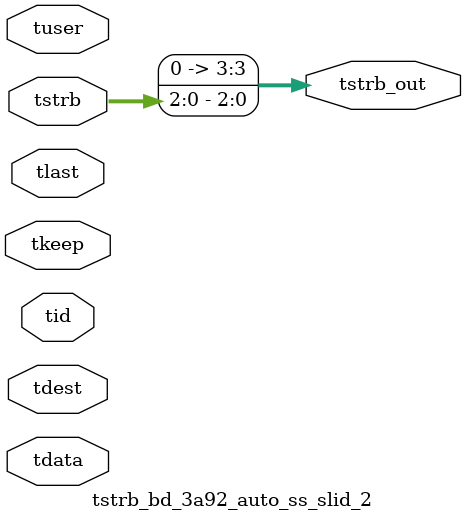
<source format=v>


`timescale 1ps/1ps

module tstrb_bd_3a92_auto_ss_slid_2 #
(
parameter C_S_AXIS_TDATA_WIDTH = 32,
parameter C_S_AXIS_TUSER_WIDTH = 0,
parameter C_S_AXIS_TID_WIDTH   = 0,
parameter C_S_AXIS_TDEST_WIDTH = 0,
parameter C_M_AXIS_TDATA_WIDTH = 32
)
(
input  [(C_S_AXIS_TDATA_WIDTH == 0 ? 1 : C_S_AXIS_TDATA_WIDTH)-1:0     ] tdata,
input  [(C_S_AXIS_TUSER_WIDTH == 0 ? 1 : C_S_AXIS_TUSER_WIDTH)-1:0     ] tuser,
input  [(C_S_AXIS_TID_WIDTH   == 0 ? 1 : C_S_AXIS_TID_WIDTH)-1:0       ] tid,
input  [(C_S_AXIS_TDEST_WIDTH == 0 ? 1 : C_S_AXIS_TDEST_WIDTH)-1:0     ] tdest,
input  [(C_S_AXIS_TDATA_WIDTH/8)-1:0 ] tkeep,
input  [(C_S_AXIS_TDATA_WIDTH/8)-1:0 ] tstrb,
input                                                                    tlast,
output [(C_M_AXIS_TDATA_WIDTH/8)-1:0 ] tstrb_out
);

assign tstrb_out = {tstrb[2:0]};

endmodule


</source>
